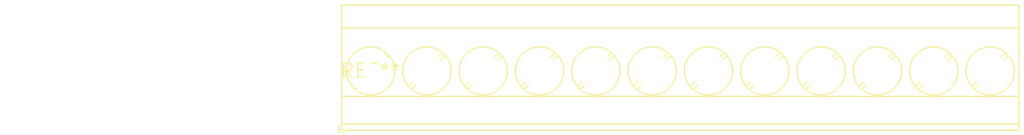
<source format=kicad_pcb>
(kicad_pcb (version 20240108) (generator pcbnew)
  (layers (0 "F.Cu" signal) (31 "B.Cu" signal) (34 "B.Paste" user) (35 "F.Paste" user) (36 "B.SilkS" user "B.Silkscreen") (37 "F.SilkS" user "F.Silkscreen") (38 "B.Mask" user) (39 "F.Mask" user) (44 "Edge.Cuts" user))
  (net 0 "")
  (footprint "TerminalBlock_Phoenix_MKDS-3-12-5.08_1x12_P5.08mm_Horizontal" (layer "F.Cu") (at 0 0)
    (property "Reference" "REF**")
    (property "Value" "TerminalBlock_Phoenix_MKDS-3-12-5.08_1x12_P5.08mm_Horizontal")
    (fp_line (start -2.84 4.86) (end -2.84 5.6) (layer "F.SilkS") (stroke (width 0.12)))
    (fp_line (start -2.84 5.6) (end -2.34 5.6) (layer "F.SilkS") (stroke (width 0.12)))
    (fp_line (start -2.6 -5.96) (end -2.6 5.36) (layer "F.SilkS") (stroke (width 0.12)))
    (fp_line (start -2.6 -5.96) (end 58.48 -5.96) (layer "F.SilkS") (stroke (width 0.12)))
    (fp_line (start -2.6 -3.9) (end 58.48 -3.9) (layer "F.SilkS") (stroke (width 0.12)))
    (fp_line (start -2.6 2.3) (end 58.48 2.3) (layer "F.SilkS") (stroke (width 0.12)))
    (fp_line (start -2.6 4.8) (end 58.48 4.8) (layer "F.SilkS") (stroke (width 0.12)))
    (fp_line (start -2.6 5.36) (end 58.48 5.36) (layer "F.SilkS") (stroke (width 0.12)))
    (fp_line (start -1.548 1.281) (end -1.654 1.388) (layer "F.SilkS") (stroke (width 0.12)))
    (fp_line (start -1.282 1.547) (end -1.388 1.654) (layer "F.SilkS") (stroke (width 0.12)))
    (fp_line (start 1.388 -1.654) (end 1.281 -1.547) (layer "F.SilkS") (stroke (width 0.12)))
    (fp_line (start 1.654 -1.388) (end 1.547 -1.281) (layer "F.SilkS") (stroke (width 0.12)))
    (fp_line (start 3.822 0.992) (end 3.427 1.388) (layer "F.SilkS") (stroke (width 0.12)))
    (fp_line (start 4.073 1.274) (end 3.693 1.654) (layer "F.SilkS") (stroke (width 0.12)))
    (fp_line (start 6.468 -1.654) (end 6.088 -1.274) (layer "F.SilkS") (stroke (width 0.12)))
    (fp_line (start 6.734 -1.388) (end 6.339 -0.992) (layer "F.SilkS") (stroke (width 0.12)))
    (fp_line (start 8.902 0.992) (end 8.507 1.388) (layer "F.SilkS") (stroke (width 0.12)))
    (fp_line (start 9.153 1.274) (end 8.773 1.654) (layer "F.SilkS") (stroke (width 0.12)))
    (fp_line (start 11.548 -1.654) (end 11.168 -1.274) (layer "F.SilkS") (stroke (width 0.12)))
    (fp_line (start 11.814 -1.388) (end 11.419 -0.992) (layer "F.SilkS") (stroke (width 0.12)))
    (fp_line (start 13.982 0.992) (end 13.587 1.388) (layer "F.SilkS") (stroke (width 0.12)))
    (fp_line (start 14.233 1.274) (end 13.853 1.654) (layer "F.SilkS") (stroke (width 0.12)))
    (fp_line (start 16.628 -1.654) (end 16.248 -1.274) (layer "F.SilkS") (stroke (width 0.12)))
    (fp_line (start 16.894 -1.388) (end 16.499 -0.992) (layer "F.SilkS") (stroke (width 0.12)))
    (fp_line (start 19.062 0.992) (end 18.667 1.388) (layer "F.SilkS") (stroke (width 0.12)))
    (fp_line (start 19.313 1.274) (end 18.933 1.654) (layer "F.SilkS") (stroke (width 0.12)))
    (fp_line (start 21.708 -1.654) (end 21.328 -1.274) (layer "F.SilkS") (stroke (width 0.12)))
    (fp_line (start 21.974 -1.388) (end 21.579 -0.992) (layer "F.SilkS") (stroke (width 0.12)))
    (fp_line (start 24.142 0.992) (end 23.747 1.388) (layer "F.SilkS") (stroke (width 0.12)))
    (fp_line (start 24.393 1.274) (end 24.013 1.654) (layer "F.SilkS") (stroke (width 0.12)))
    (fp_line (start 26.788 -1.654) (end 26.408 -1.274) (layer "F.SilkS") (stroke (width 0.12)))
    (fp_line (start 27.054 -1.388) (end 26.659 -0.992) (layer "F.SilkS") (stroke (width 0.12)))
    (fp_line (start 29.222 0.992) (end 28.827 1.388) (layer "F.SilkS") (stroke (width 0.12)))
    (fp_line (start 29.473 1.274) (end 29.093 1.654) (layer "F.SilkS") (stroke (width 0.12)))
    (fp_line (start 31.868 -1.654) (end 31.488 -1.274) (layer "F.SilkS") (stroke (width 0.12)))
    (fp_line (start 32.134 -1.388) (end 31.739 -0.992) (layer "F.SilkS") (stroke (width 0.12)))
    (fp_line (start 34.302 0.992) (end 33.907 1.388) (layer "F.SilkS") (stroke (width 0.12)))
    (fp_line (start 34.553 1.274) (end 34.173 1.654) (layer "F.SilkS") (stroke (width 0.12)))
    (fp_line (start 36.948 -1.654) (end 36.568 -1.274) (layer "F.SilkS") (stroke (width 0.12)))
    (fp_line (start 37.214 -1.388) (end 36.819 -0.992) (layer "F.SilkS") (stroke (width 0.12)))
    (fp_line (start 39.382 0.992) (end 38.987 1.388) (layer "F.SilkS") (stroke (width 0.12)))
    (fp_line (start 39.633 1.274) (end 39.253 1.654) (layer "F.SilkS") (stroke (width 0.12)))
    (fp_line (start 42.028 -1.654) (end 41.648 -1.274) (layer "F.SilkS") (stroke (width 0.12)))
    (fp_line (start 42.294 -1.388) (end 41.899 -0.992) (layer "F.SilkS") (stroke (width 0.12)))
    (fp_line (start 44.462 0.992) (end 44.067 1.388) (layer "F.SilkS") (stroke (width 0.12)))
    (fp_line (start 44.713 1.274) (end 44.333 1.654) (layer "F.SilkS") (stroke (width 0.12)))
    (fp_line (start 47.108 -1.654) (end 46.728 -1.274) (layer "F.SilkS") (stroke (width 0.12)))
    (fp_line (start 47.374 -1.388) (end 46.979 -0.992) (layer "F.SilkS") (stroke (width 0.12)))
    (fp_line (start 49.542 0.992) (end 49.147 1.388) (layer "F.SilkS") (stroke (width 0.12)))
    (fp_line (start 49.793 1.274) (end 49.413 1.654) (layer "F.SilkS") (stroke (width 0.12)))
    (fp_line (start 52.188 -1.654) (end 51.808 -1.274) (layer "F.SilkS") (stroke (width 0.12)))
    (fp_line (start 52.454 -1.388) (end 52.059 -0.992) (layer "F.SilkS") (stroke (width 0.12)))
    (fp_line (start 54.622 0.992) (end 54.227 1.388) (layer "F.SilkS") (stroke (width 0.12)))
    (fp_line (start 54.873 1.274) (end 54.493 1.654) (layer "F.SilkS") (stroke (width 0.12)))
    (fp_line (start 57.268 -1.654) (end 56.888 -1.274) (layer "F.SilkS") (stroke (width 0.12)))
    (fp_line (start 57.534 -1.388) (end 57.139 -0.992) (layer "F.SilkS") (stroke (width 0.12)))
    (fp_line (start 58.48 -5.96) (end 58.48 5.36) (layer "F.SilkS") (stroke (width 0.12)))
    (fp_circle (center 0 0) (end 2.18 0) (layer "F.SilkS") (stroke (width 0.12)) (fill none))
    (fp_circle (center 5.08 0) (end 7.26 0) (layer "F.SilkS") (stroke (width 0.12)) (fill none))
    (fp_circle (center 10.16 0) (end 12.34 0) (layer "F.SilkS") (stroke (width 0.12)) (fill none))
    (fp_circle (center 15.24 0) (end 17.42 0) (layer "F.SilkS") (stroke (width 0.12)) (fill none))
    (fp_circle (center 20.32 0) (end 22.5 0) (layer "F.SilkS") (stroke (width 0.12)) (fill none))
    (fp_circle (center 25.4 0) (end 27.58 0) (layer "F.SilkS") (stroke (width 0.12)) (fill none))
    (fp_circle (center 30.48 0) (end 32.66 0) (layer "F.SilkS") (stroke (width 0.12)) (fill none))
    (fp_circle (center 35.56 0) (end 37.74 0) (layer "F.SilkS") (stroke (width 0.12)) (fill none))
    (fp_circle (center 40.64 0) (end 42.82 0) (layer "F.SilkS") (stroke (width 0.12)) (fill none))
    (fp_circle (center 45.72 0) (end 47.9 0) (layer "F.SilkS") (stroke (width 0.12)) (fill none))
    (fp_circle (center 50.8 0) (end 52.98 0) (layer "F.SilkS") (stroke (width 0.12)) (fill none))
    (fp_circle (center 55.88 0) (end 58.06 0) (layer "F.SilkS") (stroke (width 0.12)) (fill none))
    (pad "1" thru_hole rect (at 0 0) (size 2.6 2.6) (drill 1.3) (layers *.Cu *.Mask) (remove_unused_layers))
    (pad "2" thru_hole circle (at 5.08 0) (size 2.6 2.6) (drill 1.3) (layers *.Cu *.Mask) (remove_unused_layers))
    (pad "3" thru_hole circle (at 10.16 0) (size 2.6 2.6) (drill 1.3) (layers *.Cu *.Mask) (remove_unused_layers))
    (pad "4" thru_hole circle (at 15.24 0) (size 2.6 2.6) (drill 1.3) (layers *.Cu *.Mask) (remove_unused_layers))
    (pad "5" thru_hole circle (at 20.32 0) (size 2.6 2.6) (drill 1.3) (layers *.Cu *.Mask) (remove_unused_layers))
    (pad "6" thru_hole circle (at 25.4 0) (size 2.6 2.6) (drill 1.3) (layers *.Cu *.Mask) (remove_unused_layers))
    (pad "7" thru_hole circle (at 30.48 0) (size 2.6 2.6) (drill 1.3) (layers *.Cu *.Mask) (remove_unused_layers))
    (pad "8" thru_hole circle (at 35.56 0) (size 2.6 2.6) (drill 1.3) (layers *.Cu *.Mask) (remove_unused_layers))
    (pad "9" thru_hole circle (at 40.64 0) (size 2.6 2.6) (drill 1.3) (layers *.Cu *.Mask) (remove_unused_layers))
    (pad "10" thru_hole circle (at 45.72 0) (size 2.6 2.6) (drill 1.3) (layers *.Cu *.Mask) (remove_unused_layers))
    (pad "11" thru_hole circle (at 50.8 0) (size 2.6 2.6) (drill 1.3) (layers *.Cu *.Mask) (remove_unused_layers))
    (pad "12" thru_hole circle (at 55.88 0) (size 2.6 2.6) (drill 1.3) (layers *.Cu *.Mask) (remove_unused_layers))
  )
)
</source>
